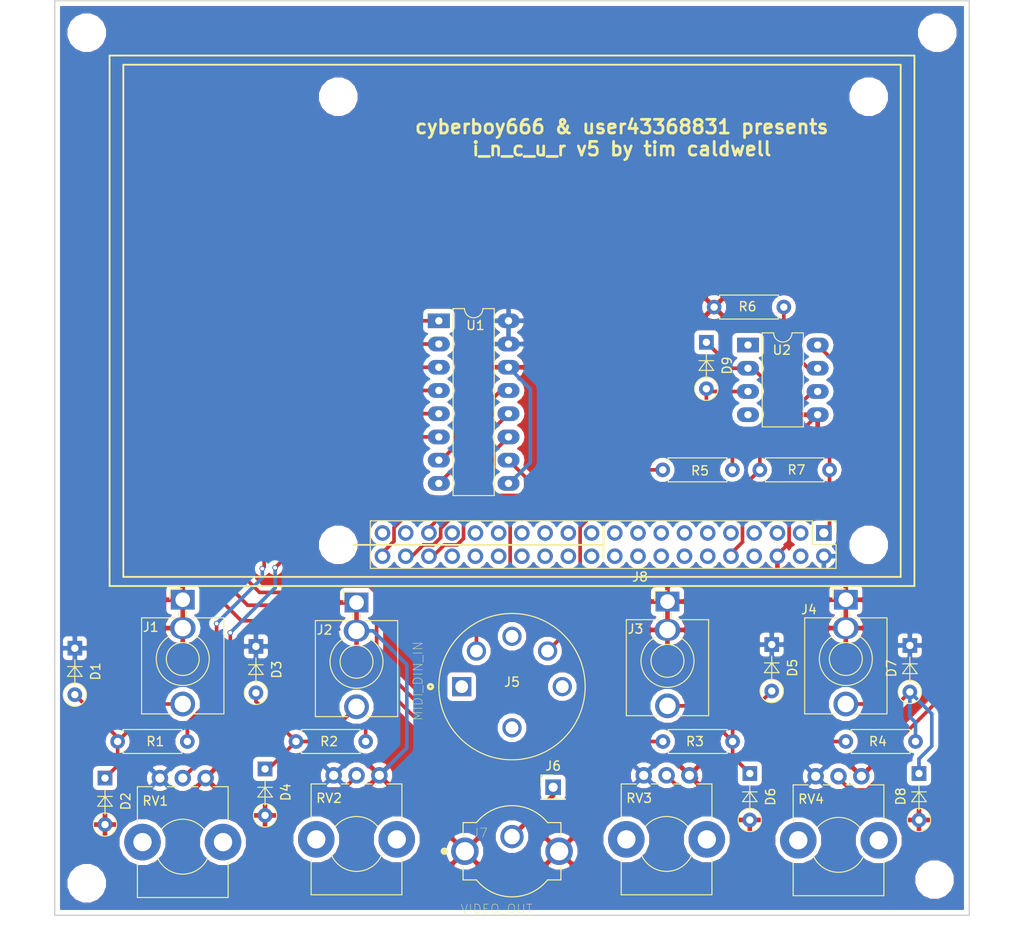
<source format=kicad_pcb>
(kicad_pcb (version 4) (host pcbnew 4.0.7)
  (title_block (title "i_n_c_u_r v5") (date 2019-06-01) (company "cyberboy666 & user43368831"))
  (layers (0 F.Cu signal) (31 B.Cu signal) (35 F.Paste user) (36 B.SilkS user) (37 F.SilkS user) (38 B.Mask user) (39 F.Mask user) (44 Edge.Cuts user))
  (net 0 "")
  (net 1 +5V)
  (net 2 "Net-(D1-Pad2)")
  (net 3 GND)
  (net 4 "Net-(D3-Pad2)")
  (net 5 "Net-(D5-Pad2)")
  (net 6 "Net-(D7-Pad2)")
  (net 7 "Net-(D9-Pad1)")
  (net 8 "Net-(D9-Pad2)")
  (net 9 "Net-(J5-Pad3)")
  (net 10 "Net-(J5-Pad1)")
  (net 11 "Net-(J5-Pad2)")
  (net 12 CLK)
  (net 13 D_OUT)
  (net 14 D_IN)
  (net 15 CS)
  (net 16 RX)
  (net 17 +3V3)
  (net 18 A_IN_0)
  (net 19 A_IN_1)
  (net 20 A_IN_2)
  (net 21 A_IN_3)
  (net 22 "Net-(R6-Pad2)")
  (net 23 A_IN_4)
  (net 24 A_IN_5)
  (net 25 A_IN_6)
  (net 26 A_IN_7)
  (net 27 "Net-(U2-Pad1)")
  (net 28 "Net-(U2-Pad4)")
  (net 29 "Net-(J6-Pad1)")
  (net 30 "Net-(J8-Pad3)")
  (net 31 "Net-(J8-Pad4)")
  (net 32 "Net-(J8-Pad5)")
  (net 33 "Net-(J8-Pad7)")
  (net 34 "Net-(J8-Pad8)")
  (net 35 "Net-(J8-Pad9)")
  (net 36 "Net-(J8-Pad11)")
  (net 37 "Net-(J8-Pad12)")
  (net 38 "Net-(J8-Pad13)")
  (net 39 "Net-(J8-Pad14)")
  (net 40 "Net-(J8-Pad15)")
  (net 41 "Net-(J8-Pad16)")
  (net 42 "Net-(J8-Pad17)")
  (net 43 "Net-(J8-Pad18)")
  (net 44 "Net-(J8-Pad19)")
  (net 45 "Net-(J8-Pad20)")
  (net 46 "Net-(J8-Pad21)")
  (net 47 "Net-(J8-Pad22)")
  (net 48 "Net-(J8-Pad23)")
  (net 49 "Net-(J8-Pad24)")
  (net 50 "Net-(J8-Pad25)")
  (net 51 "Net-(J8-Pad26)")
  (net 52 "Net-(J8-Pad27)")
  (net 53 "Net-(J8-Pad28)")
  (net 54 "Net-(J8-Pad29)")
  (net 55 "Net-(J8-Pad30)")
  (net 56 "Net-(J8-Pad31)")
  (net 57 "Net-(J8-Pad32)")
  (net 58 "Net-(J8-Pad33)")
  (net 59 "Net-(J8-Pad34)")
  (net 60 "Net-(J8-Pad37)")
  (net 61 "Net-(J8-Pad39)")
  (net 62 "Net-(J5-Pad4)")
  (module Pin_Headers:Pin_Header_Straight_2x20_Pitch2.54mm (layer F.Cu) (at 154.1 98.2 270)
    (fp_text reference J8 (at 4.8 20.1 360) (layer F.SilkS))
    (fp_text value Raspberry_Pi_2_3)
    (pad 1 thru_hole rect (at 0 0 270) (size 1.7 1.7) (drill 1) (layers *.Cu *.Mask) (net 17 +3V3))
    (pad 2 thru_hole oval (at 2.54 0 270) (size 1.7 1.7) (drill 1) (layers *.Cu *.Mask) (net 1 +5V))
    (pad 3 thru_hole oval (at 0 2.54 270) (size 1.7 1.7) (drill 1) (layers *.Cu *.Mask) (net 30 "Net-(J8-Pad3)"))
    (pad 4 thru_hole oval (at 2.54 2.54 270) (size 1.7 1.7) (drill 1) (layers *.Cu *.Mask) (net 31 "Net-(J8-Pad4)"))
    (pad 5 thru_hole oval (at 0 5.08 270) (size 1.7 1.7) (drill 1) (layers *.Cu *.Mask) (net 32 "Net-(J8-Pad5)"))
    (pad 6 thru_hole oval (at 2.54 5.08 270) (size 1.7 1.7) (drill 1) (layers *.Cu *.Mask) (net 3 GND))
    (pad 7 thru_hole oval (at 0 7.62 270) (size 1.7 1.7) (drill 1) (layers *.Cu *.Mask) (net 33 "Net-(J8-Pad7)"))
    (pad 8 thru_hole oval (at 2.54 7.62 270) (size 1.7 1.7) (drill 1) (layers *.Cu *.Mask) (net 34 "Net-(J8-Pad8)"))
    (pad 9 thru_hole oval (at 0 10.16 270) (size 1.7 1.7) (drill 1) (layers *.Cu *.Mask) (net 35 "Net-(J8-Pad9)"))
    (pad 10 thru_hole oval (at 2.54 10.16 270) (size 1.7 1.7) (drill 1) (layers *.Cu *.Mask) (net 16 RX))
    (pad 11 thru_hole oval (at 0 12.7 270) (size 1.7 1.7) (drill 1) (layers *.Cu *.Mask) (net 36 "Net-(J8-Pad11)"))
    (pad 12 thru_hole oval (at 2.54 12.7 270) (size 1.7 1.7) (drill 1) (layers *.Cu *.Mask) (net 37 "Net-(J8-Pad12)"))
    (pad 13 thru_hole oval (at 0 15.24 270) (size 1.7 1.7) (drill 1) (layers *.Cu *.Mask) (net 38 "Net-(J8-Pad13)"))
    (pad 14 thru_hole oval (at 2.54 15.24 270) (size 1.7 1.7) (drill 1) (layers *.Cu *.Mask) (net 39 "Net-(J8-Pad14)"))
    (pad 15 thru_hole oval (at 0 17.78 270) (size 1.7 1.7) (drill 1) (layers *.Cu *.Mask) (net 40 "Net-(J8-Pad15)"))
    (pad 16 thru_hole oval (at 2.54 17.78 270) (size 1.7 1.7) (drill 1) (layers *.Cu *.Mask) (net 41 "Net-(J8-Pad16)"))
    (pad 17 thru_hole oval (at 0 20.32 270) (size 1.7 1.7) (drill 1) (layers *.Cu *.Mask) (net 42 "Net-(J8-Pad17)"))
    (pad 18 thru_hole oval (at 2.54 20.32 270) (size 1.7 1.7) (drill 1) (layers *.Cu *.Mask) (net 43 "Net-(J8-Pad18)"))
    (pad 19 thru_hole oval (at 0 22.86 270) (size 1.7 1.7) (drill 1) (layers *.Cu *.Mask) (net 44 "Net-(J8-Pad19)"))
    (pad 20 thru_hole oval (at 2.54 22.86 270) (size 1.7 1.7) (drill 1) (layers *.Cu *.Mask) (net 45 "Net-(J8-Pad20)"))
    (pad 21 thru_hole oval (at 0 25.4 270) (size 1.7 1.7) (drill 1) (layers *.Cu *.Mask) (net 46 "Net-(J8-Pad21)"))
    (pad 22 thru_hole oval (at 2.54 25.4 270) (size 1.7 1.7) (drill 1) (layers *.Cu *.Mask) (net 47 "Net-(J8-Pad22)"))
    (pad 23 thru_hole oval (at 0 27.94 270) (size 1.7 1.7) (drill 1) (layers *.Cu *.Mask) (net 48 "Net-(J8-Pad23)"))
    (pad 24 thru_hole oval (at 2.54 27.94 270) (size 1.7 1.7) (drill 1) (layers *.Cu *.Mask) (net 49 "Net-(J8-Pad24)"))
    (pad 25 thru_hole oval (at 0 30.48 270) (size 1.7 1.7) (drill 1) (layers *.Cu *.Mask) (net 50 "Net-(J8-Pad25)"))
    (pad 26 thru_hole oval (at 2.54 30.48 270) (size 1.7 1.7) (drill 1) (layers *.Cu *.Mask) (net 51 "Net-(J8-Pad26)"))
    (pad 27 thru_hole oval (at 0 33.02 270) (size 1.7 1.7) (drill 1) (layers *.Cu *.Mask) (net 52 "Net-(J8-Pad27)"))
    (pad 28 thru_hole oval (at 2.54 33.02 270) (size 1.7 1.7) (drill 1) (layers *.Cu *.Mask) (net 53 "Net-(J8-Pad28)"))
    (pad 29 thru_hole oval (at 0 35.56 270) (size 1.7 1.7) (drill 1) (layers *.Cu *.Mask) (net 54 "Net-(J8-Pad29)"))
    (pad 30 thru_hole oval (at 2.54 35.56 270) (size 1.7 1.7) (drill 1) (layers *.Cu *.Mask) (net 55 "Net-(J8-Pad30)"))
    (pad 31 thru_hole oval (at 0 38.1 270) (size 1.7 1.7) (drill 1) (layers *.Cu *.Mask) (net 56 "Net-(J8-Pad31)"))
    (pad 32 thru_hole oval (at 2.54 38.1 270) (size 1.7 1.7) (drill 1) (layers *.Cu *.Mask) (net 57 "Net-(J8-Pad32)"))
    (pad 33 thru_hole oval (at 0 40.64 270) (size 1.7 1.7) (drill 1) (layers *.Cu *.Mask) (net 58 "Net-(J8-Pad33)"))
    (pad 34 thru_hole oval (at 2.54 40.64 270) (size 1.7 1.7) (drill 1) (layers *.Cu *.Mask) (net 59 "Net-(J8-Pad34)"))
    (pad 35 thru_hole oval (at 0 43.18 270) (size 1.7 1.7) (drill 1) (layers *.Cu *.Mask) (net 13 D_OUT))
    (pad 36 thru_hole oval (at 2.54 43.18 270) (size 1.7 1.7) (drill 1) (layers *.Cu *.Mask) (net 15 CS))
    (pad 37 thru_hole oval (at 0 45.72 270) (size 1.7 1.7) (drill 1) (layers *.Cu *.Mask) (net 60 "Net-(J8-Pad37)"))
    (pad 38 thru_hole oval (at 2.54 45.72 270) (size 1.7 1.7) (drill 1) (layers *.Cu *.Mask) (net 14 D_IN))
    (pad 39 thru_hole oval (at 0 48.26 270) (size 1.7 1.7) (drill 1) (layers *.Cu *.Mask) (net 61 "Net-(J8-Pad39)"))
    (pad 40 thru_hole oval (at 2.54 48.26 270) (size 1.7 1.7) (drill 1) (layers *.Cu *.Mask) (net 12 CLK))
  )
  (module Diodes_THT:D_DO-35_SOD27_P5.08mm_Vertical_KathodeUp (layer F.Cu) (at 72.2 110.8 270)
    (fp_text reference D1 (at 2.54 -2.266371 270) (layer F.SilkS))
    (fp_text value BAT85)
    (pad 1 thru_hole rect (at 0 0 270) (size 1.6 1.6) (drill 0.8) (layers *.Cu *.Mask) (net 1 +5V))
    (pad 2 thru_hole oval (at 5.08 0 270) (size 1.6 1.6) (drill 0.8) (layers *.Cu *.Mask) (net 2 "Net-(D1-Pad2)"))
  )
  (module Diodes_THT:D_DO-35_SOD27_P5.08mm_Vertical_KathodeUp (layer F.Cu) (at 75.5 125 270)
    (fp_text reference D2 (at 2.54 -2.266371 270) (layer F.SilkS))
    (fp_text value BAT85)
    (pad 1 thru_hole rect (at 0 0 270) (size 1.6 1.6) (drill 0.8) (layers *.Cu *.Mask) (net 2 "Net-(D1-Pad2)"))
    (pad 2 thru_hole oval (at 5.08 0 270) (size 1.6 1.6) (drill 0.8) (layers *.Cu *.Mask) (net 3 GND))
  )
  (module Diodes_THT:D_DO-35_SOD27_P5.08mm_Vertical_KathodeUp (layer F.Cu) (at 92 110.6 270)
    (fp_text reference D3 (at 2.54 -2.266371 270) (layer F.SilkS))
    (fp_text value BAT85)
    (pad 1 thru_hole rect (at 0 0 270) (size 1.6 1.6) (drill 0.8) (layers *.Cu *.Mask) (net 1 +5V))
    (pad 2 thru_hole oval (at 5.08 0 270) (size 1.6 1.6) (drill 0.8) (layers *.Cu *.Mask) (net 4 "Net-(D3-Pad2)"))
  )
  (module Diodes_THT:D_DO-35_SOD27_P5.08mm_Vertical_KathodeUp (layer F.Cu) (at 93 124 270)
    (fp_text reference D4 (at 2.54 -2.266371 270) (layer F.SilkS))
    (fp_text value BAT85)
    (pad 1 thru_hole rect (at 0 0 270) (size 1.6 1.6) (drill 0.8) (layers *.Cu *.Mask) (net 4 "Net-(D3-Pad2)"))
    (pad 2 thru_hole oval (at 5.08 0 270) (size 1.6 1.6) (drill 0.8) (layers *.Cu *.Mask) (net 3 GND))
  )
  (module Diodes_THT:D_DO-35_SOD27_P5.08mm_Vertical_KathodeUp (layer F.Cu) (at 148.4 110.4 270)
    (fp_text reference D5 (at 2.54 -2.266371 270) (layer F.SilkS))
    (fp_text value BAT85)
    (pad 1 thru_hole rect (at 0 0 270) (size 1.6 1.6) (drill 0.8) (layers *.Cu *.Mask) (net 1 +5V))
    (pad 2 thru_hole oval (at 5.08 0 270) (size 1.6 1.6) (drill 0.8) (layers *.Cu *.Mask) (net 5 "Net-(D5-Pad2)"))
  )
  (module Diodes_THT:D_DO-35_SOD27_P5.08mm_Vertical_KathodeUp (layer F.Cu) (at 146 124.5 270)
    (fp_text reference D6 (at 2.54 -2.266371 270) (layer F.SilkS))
    (fp_text value BAT85)
    (pad 1 thru_hole rect (at 0 0 270) (size 1.6 1.6) (drill 0.8) (layers *.Cu *.Mask) (net 5 "Net-(D5-Pad2)"))
    (pad 2 thru_hole oval (at 5.08 0 270) (size 1.6 1.6) (drill 0.8) (layers *.Cu *.Mask) (net 3 GND))
  )
  (module Diodes_THT:D_DO-35_SOD27_P5.08mm_Vertical_KathodeUp (layer F.Cu) (at 163.5 110.5 270)
    (fp_text reference D7 (at 2.5 2 270) (layer F.SilkS))
    (fp_text value BAT85)
    (pad 1 thru_hole rect (at 0 0 270) (size 1.6 1.6) (drill 0.8) (layers *.Cu *.Mask) (net 1 +5V))
    (pad 2 thru_hole oval (at 5.08 0 270) (size 1.6 1.6) (drill 0.8) (layers *.Cu *.Mask) (net 6 "Net-(D7-Pad2)"))
  )
  (module Diodes_THT:D_DO-35_SOD27_P5.08mm_Vertical_KathodeUp (layer F.Cu) (at 164.5 124.5 270)
    (fp_text reference D8 (at 2.5 2 270) (layer F.SilkS))
    (fp_text value BAT85)
    (pad 1 thru_hole rect (at 0 0 270) (size 1.6 1.6) (drill 0.8) (layers *.Cu *.Mask) (net 6 "Net-(D7-Pad2)"))
    (pad 2 thru_hole oval (at 5.08 0 270) (size 1.6 1.6) (drill 0.8) (layers *.Cu *.Mask) (net 3 GND))
  )
  (module Diodes_THT:D_DO-35_SOD27_P5.08mm_Vertical_KathodeUp (layer F.Cu) (at 141.25 77.35 270)
    (fp_text reference D9 (at 2.54 -2.266371 270) (layer F.SilkS))
    (fp_text value 1N4148)
    (pad 1 thru_hole rect (at 0 0 270) (size 1.6 1.6) (drill 0.8) (layers *.Cu *.Mask) (net 7 "Net-(D9-Pad1)"))
    (pad 2 thru_hole oval (at 5.08 0 270) (size 1.6 1.6) (drill 0.8) (layers *.Cu *.Mask) (net 8 "Net-(D9-Pad2)"))
  )
  (module Connections_Thonkiconn:Jack_3.5mm_QingPu_WQP-PJ398SM_Vertical_CircularHoles (layer F.Cu) (at 84 105.5)
    (fp_text reference J1 (at -3.5 3 180) (layer F.SilkS))
    (fp_text value CV_IN_0)
    (pad 3 thru_hole oval (at 0 3.1 180) (size 2.8 2.35) (drill 1.8) (layers *.Cu *.Mask) (net 3 GND))
    (pad 2 thru_hole rect (at 0 0 180) (size 2.6 2.15) (drill 1.6) (layers *.Cu *.Mask) (net 3 GND))
    (pad 1 thru_hole circle (at 0 11.4 180) (size 2.7 2.7) (drill 1.8) (layers *.Cu *.Mask) (net 2 "Net-(D1-Pad2)"))
  )
  (module Connections_Thonkiconn:Jack_3.5mm_QingPu_WQP-PJ398SM_Vertical_CircularHoles (layer F.Cu) (at 103 105.8)
    (fp_text reference J2 (at -3.5 3 180) (layer F.SilkS))
    (fp_text value CV_IN_1)
    (pad 3 thru_hole oval (at 0 3.1 180) (size 2.8 2.35) (drill 1.8) (layers *.Cu *.Mask) (net 3 GND))
    (pad 2 thru_hole rect (at 0 0 180) (size 2.6 2.15) (drill 1.6) (layers *.Cu *.Mask) (net 3 GND))
    (pad 1 thru_hole circle (at 0 11.4 180) (size 2.7 2.7) (drill 1.8) (layers *.Cu *.Mask) (net 4 "Net-(D3-Pad2)"))
  )
  (module Connections_Thonkiconn:Jack_3.5mm_QingPu_WQP-PJ398SM_Vertical_CircularHoles (layer F.Cu) (at 137 105.7)
    (fp_text reference J3 (at -3.5 3 180) (layer F.SilkS))
    (fp_text value CV_IN_2)
    (pad 3 thru_hole oval (at 0 3.1 180) (size 2.8 2.35) (drill 1.8) (layers *.Cu *.Mask) (net 3 GND))
    (pad 2 thru_hole rect (at 0 0 180) (size 2.6 2.15) (drill 1.6) (layers *.Cu *.Mask) (net 3 GND))
    (pad 1 thru_hole circle (at 0 11.4 180) (size 2.7 2.7) (drill 1.8) (layers *.Cu *.Mask) (net 5 "Net-(D5-Pad2)"))
  )
  (module SD-50BV:CUI_SD-50BV (layer F.Cu) (at 120 115 270)
    (fp_text reference J5 (at -0.5 0 360) (layer F.SilkS) (effects (font (size 1.00746 1.00746))))
    (fp_text value MIDI_DIN_IN (at -0.60531 10.288 270) (layer F.SilkS) (effects (font (size 1.00702 1.00702) (thickness 0.05))))
    (pad 3 thru_hole circle (at 0 -5.5 270) (size 2.1 2.1) (drill 1.4) (layers *.Cu *.Mask) (net 9 "Net-(J5-Pad3)"))
    (pad 1 thru_hole rect (at 0 5.5 270) (size 2.1 2.1) (drill 1.4) (layers *.Cu *.Mask) (net 10 "Net-(J5-Pad1)"))
    (pad 2 thru_hole circle (at -5.5 0 270) (size 2.1 2.1) (drill 1.4) (layers *.Cu *.Mask) (net 11 "Net-(J5-Pad2)"))
    (pad S thru_hole circle (at 4.5 0 270) (size 2.1 2.1) (drill 1.4) (layers *.Cu *.Mask))
    (pad 4 thru_hole circle (at -3.89 3.89 270) (size 2.1 2.1) (drill 1.4) (layers *.Cu *.Mask) (net 62 "Net-(J5-Pad4)"))
    (pad 5 thru_hole circle (at -3.89 -3.89 270) (size 2.1 2.1) (drill 1.4) (layers *.Cu *.Mask) (net 8 "Net-(D9-Pad2)"))
  )
  (module Pin_Headers:Pin_Header_Straight_1x01_Pitch2.54mm (layer F.Cu) (at 124.5 126)
    (fp_text reference J6 (at 0 -2.33) (layer F.SilkS))
    (fp_text value Conn_01x01)
    (pad 1 thru_hole rect (at 0 0) (size 1.7 1.7) (drill 1) (layers *.Cu *.Mask) (net 29 "Net-(J6-Pad1)"))
  )
  (module RCJ-024:CUI_RCJ-024 (layer F.Cu) (at 120 133)
    (fp_text reference J7 (at -3.5 -2) (layer F.SilkS) (effects (font (size 1.00143 1.00143) (thickness 0.05))))
    (fp_text value VIDEO_OUT (at -1.67672 6.32154) (layer F.SilkS) (effects (font (size 1.00104 1.00104) (thickness 0.05))))
    (pad 1A thru_hole circle (at -5.15 0) (size 3 3) (drill 2) (layers *.Cu *.Mask) (net 3 GND))
    (pad 1B thru_hole circle (at 5.15 0) (size 3 3) (drill 2) (layers *.Cu *.Mask) (net 3 GND))
    (pad 2 thru_hole circle (at 0 -1.6) (size 2.55 2.55) (drill 1.7) (layers *.Cu *.Mask) (net 29 "Net-(J6-Pad1)"))
  )
  (module Resistors_THT:R_Axial_DIN0207_L6.3mm_D2.5mm_P7.62mm_Horizontal (layer F.Cu) (at 84.5 121 180)
    (fp_text reference R1 (at 3.5 0 180) (layer F.SilkS))
    (fp_text value 1K)
    (pad 1 thru_hole circle (at 0 0 180) (size 1.6 1.6) (drill 0.8) (layers *.Cu *.Mask) (net 18 A_IN_0))
    (pad 2 thru_hole oval (at 7.62 0 180) (size 1.6 1.6) (drill 0.8) (layers *.Cu *.Mask) (net 2 "Net-(D1-Pad2)"))
  )
  (module Resistors_THT:R_Axial_DIN0207_L6.3mm_D2.5mm_P7.62mm_Horizontal (layer F.Cu) (at 104 121 180)
    (fp_text reference R2 (at 4 0 180) (layer F.SilkS))
    (fp_text value 1K)
    (pad 1 thru_hole circle (at 0 0 180) (size 1.6 1.6) (drill 0.8) (layers *.Cu *.Mask) (net 19 A_IN_1))
    (pad 2 thru_hole oval (at 7.62 0 180) (size 1.6 1.6) (drill 0.8) (layers *.Cu *.Mask) (net 4 "Net-(D3-Pad2)"))
  )
  (module Resistors_THT:R_Axial_DIN0207_L6.3mm_D2.5mm_P7.62mm_Horizontal (layer F.Cu) (at 136.5 121)
    (fp_text reference R3 (at 3.5 0) (layer F.SilkS))
    (fp_text value 1K)
    (pad 1 thru_hole circle (at 0 0) (size 1.6 1.6) (drill 0.8) (layers *.Cu *.Mask) (net 20 A_IN_2))
    (pad 2 thru_hole oval (at 7.62 0) (size 1.6 1.6) (drill 0.8) (layers *.Cu *.Mask) (net 5 "Net-(D5-Pad2)"))
  )
  (module Resistors_THT:R_Axial_DIN0207_L6.3mm_D2.5mm_P7.62mm_Horizontal (layer F.Cu) (at 156.5 121)
    (fp_text reference R4 (at 3.5 0) (layer F.SilkS))
    (fp_text value 1K)
    (pad 1 thru_hole circle (at 0 0) (size 1.6 1.6) (drill 0.8) (layers *.Cu *.Mask) (net 21 A_IN_3))
    (pad 2 thru_hole oval (at 7.62 0) (size 1.6 1.6) (drill 0.8) (layers *.Cu *.Mask) (net 6 "Net-(D7-Pad2)"))
  )
  (module Resistors_THT:R_Axial_DIN0207_L6.3mm_D2.5mm_P7.62mm_Horizontal (layer F.Cu) (at 144.1 91.3 180)
    (fp_text reference R5 (at 3.55 -0.1 180) (layer F.SilkS))
    (fp_text value 220)
    (pad 1 thru_hole circle (at 0 0 180) (size 1.6 1.6) (drill 0.8) (layers *.Cu *.Mask) (net 7 "Net-(D9-Pad1)"))
    (pad 2 thru_hole oval (at 7.62 0 180) (size 1.6 1.6) (drill 0.8) (layers *.Cu *.Mask) (net 62 "Net-(J5-Pad4)"))
  )
  (module Resistors_THT:R_Axial_DIN0207_L6.3mm_D2.5mm_P7.62mm_Horizontal (layer F.Cu) (at 142.1 73.5)
    (fp_text reference R6 (at 3.65 -0.05) (layer F.SilkS))
    (fp_text value 100K)
    (pad 1 thru_hole circle (at 0 0) (size 1.6 1.6) (drill 0.8) (layers *.Cu *.Mask) (net 3 GND))
    (pad 2 thru_hole oval (at 7.62 0) (size 1.6 1.6) (drill 0.8) (layers *.Cu *.Mask) (net 22 "Net-(R6-Pad2)"))
  )
  (module Resistors_THT:R_Axial_DIN0207_L6.3mm_D2.5mm_P7.62mm_Horizontal (layer F.Cu) (at 147.1 91.3)
    (fp_text reference R7 (at 4 0) (layer F.SilkS))
    (fp_text value 470)
    (pad 1 thru_hole circle (at 0 0) (size 1.6 1.6) (drill 0.8) (layers *.Cu *.Mask) (net 16 RX))
    (pad 2 thru_hole oval (at 7.62 0) (size 1.6 1.6) (drill 0.8) (layers *.Cu *.Mask) (net 17 +3V3))
  )
  (module Potentiometers:Potentiometer_Alps_RK09K_Horizontal (layer F.Cu) (at 81.5 125 270)
    (fp_text reference RV1 (at 2.5 0.5 360) (layer F.SilkS))
    (fp_text value POT_IN_0)
    (pad 3 thru_hole circle (at 0 -5 270) (size 1.8 1.8) (drill 1) (layers *.Cu *.Mask) (net 3 GND))
    (pad 2 thru_hole circle (at 0 -2.5 270) (size 1.8 1.8) (drill 1) (layers *.Cu *.Mask) (net 23 A_IN_4))
    (pad 1 thru_hole circle (at 0 0 270) (size 1.8 1.8) (drill 1) (layers *.Cu *.Mask) (net 1 +5V))
    (pad 0 np_thru_hole circle (at 7 -6.9 270) (size 4 4) (drill 2) (layers *.Cu *.Mask))
    (pad 0 np_thru_hole circle (at 7 1.9 270) (size 4 4) (drill 2) (layers *.Cu *.Mask))
  )
  (module Potentiometers:Potentiometer_Alps_RK09K_Horizontal (layer F.Cu) (at 100.5 124.7 270)
    (fp_text reference RV2 (at 2.5 0.5 360) (layer F.SilkS))
    (fp_text value POT_IN_1)
    (pad 3 thru_hole circle (at 0 -5 270) (size 1.8 1.8) (drill 1) (layers *.Cu *.Mask) (net 3 GND))
    (pad 2 thru_hole circle (at 0 -2.5 270) (size 1.8 1.8) (drill 1) (layers *.Cu *.Mask) (net 24 A_IN_5))
    (pad 1 thru_hole circle (at 0 0 270) (size 1.8 1.8) (drill 1) (layers *.Cu *.Mask) (net 1 +5V))
    (pad 0 np_thru_hole circle (at 7 -6.9 270) (size 4 4) (drill 2) (layers *.Cu *.Mask))
    (pad 0 np_thru_hole circle (at 7 1.9 270) (size 4 4) (drill 2) (layers *.Cu *.Mask))
  )
  (module Potentiometers:Potentiometer_Alps_RK09K_Horizontal (layer F.Cu) (at 134.4 124.7 270)
    (fp_text reference RV3 (at 2.5 0.5 360) (layer F.SilkS))
    (fp_text value POT_IN_2)
    (pad 3 thru_hole circle (at 0 -5 270) (size 1.8 1.8) (drill 1) (layers *.Cu *.Mask) (net 3 GND))
    (pad 2 thru_hole circle (at 0 -2.5 270) (size 1.8 1.8) (drill 1) (layers *.Cu *.Mask) (net 25 A_IN_6))
    (pad 1 thru_hole circle (at 0 0 270) (size 1.8 1.8) (drill 1) (layers *.Cu *.Mask) (net 1 +5V))
    (pad 0 np_thru_hole circle (at 7 -6.9 270) (size 4 4) (drill 2) (layers *.Cu *.Mask))
    (pad 0 np_thru_hole circle (at 7 1.9 270) (size 4 4) (drill 2) (layers *.Cu *.Mask))
  )
  (module Potentiometers:Potentiometer_Alps_RK09K_Horizontal (layer F.Cu) (at 153.2 124.8 270)
    (fp_text reference RV4 (at 2.5 0.5 360) (layer F.SilkS))
    (fp_text value POT_IN_3)
    (pad 3 thru_hole circle (at 0 -5 270) (size 1.8 1.8) (drill 1) (layers *.Cu *.Mask) (net 3 GND))
    (pad 2 thru_hole circle (at 0 -2.5 270) (size 1.8 1.8) (drill 1) (layers *.Cu *.Mask) (net 26 A_IN_7))
    (pad 1 thru_hole circle (at 0 0 270) (size 1.8 1.8) (drill 1) (layers *.Cu *.Mask) (net 1 +5V))
    (pad 0 np_thru_hole circle (at 7 -6.9 270) (size 4 4) (drill 2) (layers *.Cu *.Mask))
    (pad 0 np_thru_hole circle (at 7 1.9 270) (size 4 4) (drill 2) (layers *.Cu *.Mask))
  )
  (module Housings_DIP:DIP-16_W7.62mm_LongPads (layer F.Cu) (at 112 75)
    (fp_text reference U1 (at 4 0.5) (layer F.SilkS))
    (fp_text value MCP3208)
    (pad 1 thru_hole rect (at 0 0) (size 2.4 1.6) (drill 0.8) (layers *.Cu *.Mask) (net 18 A_IN_0))
    (pad 9 thru_hole oval (at 7.62 17.78) (size 2.4 1.6) (drill 0.8) (layers *.Cu *.Mask) (net 3 GND))
    (pad 2 thru_hole oval (at 0 2.54) (size 2.4 1.6) (drill 0.8) (layers *.Cu *.Mask) (net 19 A_IN_1))
    (pad 10 thru_hole oval (at 7.62 15.24) (size 2.4 1.6) (drill 0.8) (layers *.Cu *.Mask) (net 15 CS))
    (pad 3 thru_hole oval (at 0 5.08) (size 2.4 1.6) (drill 0.8) (layers *.Cu *.Mask) (net 20 A_IN_2))
    (pad 11 thru_hole oval (at 7.62 12.7) (size 2.4 1.6) (drill 0.8) (layers *.Cu *.Mask) (net 14 D_IN))
    (pad 4 thru_hole oval (at 0 7.62) (size 2.4 1.6) (drill 0.8) (layers *.Cu *.Mask) (net 21 A_IN_3))
    (pad 12 thru_hole oval (at 7.62 10.16) (size 2.4 1.6) (drill 0.8) (layers *.Cu *.Mask) (net 13 D_OUT))
    (pad 5 thru_hole oval (at 0 10.16) (size 2.4 1.6) (drill 0.8) (layers *.Cu *.Mask) (net 23 A_IN_4))
    (pad 13 thru_hole oval (at 7.62 7.62) (size 2.4 1.6) (drill 0.8) (layers *.Cu *.Mask) (net 12 CLK))
    (pad 6 thru_hole oval (at 0 12.7) (size 2.4 1.6) (drill 0.8) (layers *.Cu *.Mask) (net 24 A_IN_5))
    (pad 14 thru_hole oval (at 7.62 5.08) (size 2.4 1.6) (drill 0.8) (layers *.Cu *.Mask) (net 3 GND))
    (pad 7 thru_hole oval (at 0 15.24) (size 2.4 1.6) (drill 0.8) (layers *.Cu *.Mask) (net 25 A_IN_6))
    (pad 15 thru_hole oval (at 7.62 2.54) (size 2.4 1.6) (drill 0.8) (layers *.Cu *.Mask) (net 1 +5V))
    (pad 8 thru_hole oval (at 0 17.78) (size 2.4 1.6) (drill 0.8) (layers *.Cu *.Mask) (net 26 A_IN_7))
    (pad 16 thru_hole oval (at 7.62 0) (size 2.4 1.6) (drill 0.8) (layers *.Cu *.Mask) (net 1 +5V))
  )
  (module Housings_DIP:DIP-8_W7.62mm_LongPads (layer F.Cu) (at 145.8 77.65)
    (fp_text reference U2 (at 3.7 0.55) (layer F.SilkS))
    (fp_text value 6N138)
    (pad 1 thru_hole rect (at 0 0) (size 2.4 1.6) (drill 0.8) (layers *.Cu *.Mask) (net 27 "Net-(U2-Pad1)"))
    (pad 5 thru_hole oval (at 7.62 7.62) (size 2.4 1.6) (drill 0.8) (layers *.Cu *.Mask) (net 3 GND))
    (pad 2 thru_hole oval (at 0 2.54) (size 2.4 1.6) (drill 0.8) (layers *.Cu *.Mask) (net 7 "Net-(D9-Pad1)"))
    (pad 6 thru_hole oval (at 7.62 5.08) (size 2.4 1.6) (drill 0.8) (layers *.Cu *.Mask) (net 16 RX))
    (pad 3 thru_hole oval (at 0 5.08) (size 2.4 1.6) (drill 0.8) (layers *.Cu *.Mask) (net 8 "Net-(D9-Pad2)"))
    (pad 7 thru_hole oval (at 7.62 2.54) (size 2.4 1.6) (drill 0.8) (layers *.Cu *.Mask) (net 22 "Net-(R6-Pad2)"))
    (pad 4 thru_hole oval (at 0 7.62) (size 2.4 1.6) (drill 0.8) (layers *.Cu *.Mask) (net 28 "Net-(U2-Pad4)"))
    (pad 8 thru_hole oval (at 7.62 0) (size 2.4 1.6) (drill 0.8) (layers *.Cu *.Mask) (net 17 +3V3))
  )
  (module Mounting_Holes:MountingHole_3.2mm_M3 (layer F.Cu) (at 73.5 43.5)
    (fp_text reference REF** hide)
    (fp_text value MountingHole_3.2mm_M3)
    (pad 1 np_thru_hole circle (at 0 0) (size 3.2 3.2) (drill 3.2) (layers *.Cu *.Mask))
  )
  (module Mounting_Holes:MountingHole_3.2mm_M3 (layer F.Cu) (at 166.5 43.5)
    (fp_text reference REF** hide)
    (fp_text value MountingHole_3.2mm_M3)
    (pad 1 np_thru_hole circle (at 0 0) (size 3.2 3.2) (drill 3.2) (layers *.Cu *.Mask))
  )
  (module Mounting_Holes:MountingHole_3.2mm_M3 (layer F.Cu) (at 73.5 136.5)
    (fp_text reference REF** hide)
    (fp_text value MountingHole_3.2mm_M3)
    (pad 1 np_thru_hole circle (at 0 0) (size 3.2 3.2) (drill 3.2) (layers *.Cu *.Mask))
  )
  (module Mounting_Holes:MountingHole_3.2mm_M3 (layer F.Cu) (at 166.2 136.1)
    (fp_text reference REF** hide)
    (fp_text value MountingHole_3.2mm_M3)
    (pad 1 np_thru_hole circle (at 0 0) (size 3.2 3.2) (drill 3.2) (layers *.Cu *.Mask))
  )
  (module Mounting_Holes:MountingHole_3.2mm_M3 (layer F.Cu) (at 101 50.5)
    (fp_text reference REF** hide)
    (fp_text value MountingHole_3.2mm)
    (pad 1 np_thru_hole circle (at 0 0) (size 3.2 3.2) (drill 3.2) (layers *.Cu *.Mask))
  )
  (module Mounting_Holes:MountingHole_3.2mm_M3 (layer F.Cu) (at 159 50.5)
    (fp_text reference REF** hide)
    (fp_text value MountingHole_3.2mm)
    (pad 1 np_thru_hole circle (at 0 0) (size 3.2 3.2) (drill 3.2) (layers *.Cu *.Mask))
  )
  (module Mounting_Holes:MountingHole_3.2mm_M3 (layer F.Cu) (at 159 99.5)
    (fp_text reference REF** hide)
    (fp_text value MountingHole_3.2mm)
    (pad 1 np_thru_hole circle (at 0 0) (size 3.2 3.2) (drill 3.2) (layers *.Cu *.Mask))
  )
  (module Mounting_Holes:MountingHole_3.2mm_M3 (layer F.Cu) (at 101 99.5)
    (fp_text reference REF** hide)
    (fp_text value MountingHole_3.2mm)
    (pad 1 np_thru_hole circle (at 0 0) (size 3.2 3.2) (drill 3.2) (layers *.Cu *.Mask))
  )
  (module Connections_Thonkiconn:Jack_3.5mm_QingPu_WQP-PJ398SM_Vertical_CircularHoles (layer F.Cu) (at 156.5 105.5)
    (fp_text reference J4 (at -4.03 1.08 180) (layer F.SilkS))
    (fp_text value CV_IN_3)
    (pad 3 thru_hole oval (at 0 3.1 180) (size 2.8 2.35) (drill 1.8) (layers *.Cu *.Mask) (net 3 GND))
    (pad 2 thru_hole rect (at 0 0 180) (size 2.6 2.15) (drill 1.6) (layers *.Cu *.Mask) (net 3 GND))
    (pad 1 thru_hole circle (at 0 11.4 180) (size 2.7 2.7) (drill 1.8) (layers *.Cu *.Mask) (net 6 "Net-(D7-Pad2)"))
  )
  (gr_text "cyberboy666 & user43368831 presents\ni_n_c_u_r v5 by tim caldwell" (at 132 55) (layer F.SilkS) (effects (font (size 1.5 1.5) (thickness 0.3))))
  (gr_line (start 130 97.5) (end 130 101) (angle 90) (layer F.SilkS) (width 0.2))
  (gr_line (start 130 99.5) (end 130 97.5) (angle 90) (layer F.SilkS) (width 0.2))
  (gr_line (start 130 99.5) (end 101 99.5) (angle 90) (layer F.SilkS) (width 0.2))
  (gr_line (start 162.5 47) (end 77.5 47) (angle 90) (layer F.SilkS) (width 0.2))
  (gr_line (start 162.5 103) (end 162.5 47) (angle 90) (layer F.SilkS) (width 0.2))
  (gr_line (start 77.5 103) (end 162.5 103) (angle 90) (layer F.SilkS) (width 0.2))
  (gr_line (start 77.5 47) (end 77.5 103) (angle 90) (layer F.SilkS) (width 0.2))
  (gr_line (start 164 104) (end 164 102) (angle 90) (layer F.SilkS) (width 0.2))
  (gr_line (start 76 104) (end 164 104) (angle 90) (layer F.SilkS) (width 0.2))
  (gr_line (start 76 102) (end 76 104) (angle 90) (layer F.SilkS) (width 0.2))
  (gr_line (start 76 102) (end 76 46) (angle 90) (layer F.SilkS) (width 0.2))
  (gr_line (start 164 46) (end 164 102) (angle 90) (layer F.SilkS) (width 0.2))
  (gr_line (start 76 46) (end 164 46) (angle 90) (layer F.SilkS) (width 0.2))
  (gr_line (start 70 140) (end 70 40) (angle 90) (layer Edge.Cuts) (width 0.15))
  (gr_line (start 170 140) (end 70 140) (angle 90) (layer Edge.Cuts) (width 0.15))
  (gr_line (start 170 40) (end 170 140) (angle 90) (layer Edge.Cuts) (width 0.15))
  (gr_line (start 70 40) (end 170 40) (angle 90) (layer Edge.Cuts) (width 0.15))
  (segment (start 100.5 125) (end 100.38 125) (width 0.5) (layer F.Cu) (net 1))
  (segment (start 76.88 121) (end 76.88 123.62) (width 0.4) (layer F.Cu) (net 2))
  (segment (start 76.88 123.62) (end 75.5 125) (width 0.4) (layer F.Cu) (net 2))
  (segment (start 76.88 121) (end 76.88 120.56) (width 0.4) (layer F.Cu) (net 2))
  (segment (start 76.88 120.56) (end 72.2 115.88) (width 0.4) (layer F.Cu) (net 2))
  (segment (start 84 116.9) (end 80.98 116.9) (width 0.4) (layer F.Cu) (net 2))
  (segment (start 80.98 116.9) (end 76.88 121) (width 0.4) (layer F.Cu) (net 2))
  (segment (start 119.62 92.78) (end 119.72 92.78) (width 0.4) (layer B.Cu) (net 3))
  (segment (start 119.72 92.78) (end 122 90.5) (width 0.4) (layer B.Cu) (net 3))
  (segment (start 122 90.5) (end 122 82.46) (width 0.4) (layer B.Cu) (net 3))
  (segment (start 122 82.46) (end 119.62 80.08) (width 0.4) (layer B.Cu) (net 3))
  (segment (start 149.02 100.74) (end 149.02 100.58) (width 0.4) (layer F.Cu) (net 3))
  (segment (start 149.02 100.58) (end 150.3 99.3) (width 0.4) (layer F.Cu) (net 3))
  (segment (start 150.3 99.3) (end 150.3 88.39) (width 0.4) (layer F.Cu) (net 3))
  (segment (start 150.3 88.39) (end 153.42 85.27) (width 0.4) (layer F.Cu) (net 3))
  (segment (start 103 108.9) (end 104.8 108.9) (width 0.4) (layer B.Cu) (net 3))
  (segment (start 108.5 121.7) (end 105.5 124.7) (width 0.4) (layer B.Cu) (net 3))
  (segment (start 108.5 112.6) (end 108.5 121.7) (width 0.4) (layer B.Cu) (net 3))
  (segment (start 104.8 108.9) (end 108.5 112.6) (width 0.4) (layer B.Cu) (net 3))
  (segment (start 149.08 100.8) (end 149.08 100.28) (width 0.4) (layer F.Cu) (net 3))
  (segment (start 149.08 100.8) (end 148.7 100.8) (width 0.4) (layer F.Cu) (net 3))
  (segment (start 149.08 100.8) (end 149.08 101.08) (width 0.5) (layer F.Cu) (net 3))
  (segment (start 149.08 100.8) (end 149.3 100.8) (width 0.5) (layer F.Cu) (net 3))
  (segment (start 139.5 125) (end 140.12 125) (width 0.5) (layer F.Cu) (net 3))
  (segment (start 96.38 121) (end 99.2 121) (width 0.4) (layer F.Cu) (net 4))
  (segment (start 99.2 121) (end 103 117.2) (width 0.4) (layer F.Cu) (net 4))
  (segment (start 93 124) (end 93.38 124) (width 0.4) (layer F.Cu) (net 4))
  (segment (start 93.38 124) (end 96.38 121) (width 0.4) (layer F.Cu) (net 4))
  (segment (start 92 115.68) (end 92 116.62) (width 0.4) (layer F.Cu) (net 4))
  (segment (start 92 116.62) (end 96.38 121) (width 0.4) (layer F.Cu) (net 4))
  (segment (start 144.12 121) (end 144.12 119.76) (width 0.4) (layer F.Cu) (net 5))
  (segment (start 144.12 119.76) (end 148.4 115.48) (width 0.4) (layer F.Cu) (net 5))
  (segment (start 144.12 121) (end 144.12 122.62) (width 0.4) (layer F.Cu) (net 5))
  (segment (start 144.12 122.62) (end 146 124.5) (width 0.4) (layer F.Cu) (net 5))
  (segment (start 137 117.1) (end 140.22 117.1) (width 0.4) (layer F.Cu) (net 5))
  (segment (start 140.22 117.1) (end 144.12 121) (width 0.4) (layer F.Cu) (net 5))
  (segment (start 164.12 121) (end 164.12 118.92) (width 0.4) (layer B.Cu) (net 6))
  (segment (start 163.5 118.3) (end 163.5 115.58) (width 0.4) (layer B.Cu) (net 6))
  (segment (start 164.12 118.92) (end 163.5 118.3) (width 0.4) (layer B.Cu) (net 6))
  (segment (start 164.5 124.5) (end 164.5 122.9) (width 0.4) (layer B.Cu) (net 6))
  (segment (start 165.9 117.98) (end 163.5 115.58) (width 0.4) (layer B.Cu) (net 6))
  (segment (start 165.9 121.5) (end 165.9 117.98) (width 0.4) (layer B.Cu) (net 6))
  (segment (start 164.5 122.9) (end 165.9 121.5) (width 0.4) (layer B.Cu) (net 6))
  (segment (start 156.5 116.9) (end 162.18 116.9) (width 0.4) (layer F.Cu) (net 6))
  (segment (start 162.18 116.9) (end 163.5 115.58) (width 0.4) (layer F.Cu) (net 6))
  (segment (start 145.8 80.19) (end 146.34 80.19) (width 0.4) (layer F.Cu) (net 7))
  (segment (start 146.34 80.19) (end 148.2 82.05) (width 0.4) (layer F.Cu) (net 7))
  (segment (start 144.1 90) (end 144.1 91.3) (width 0.4) (layer F.Cu) (net 7))
  (segment (start 148.2 85.9) (end 144.1 90) (width 0.4) (layer F.Cu) (net 7))
  (segment (start 148.2 82.05) (end 148.2 85.9) (width 0.4) (layer F.Cu) (net 7))
  (segment (start 145.8 80.19) (end 144.09 80.19) (width 0.4) (layer F.Cu) (net 7))
  (segment (start 144.09 80.19) (end 141.25 77.35) (width 0.4) (layer F.Cu) (net 7))
  (segment (start 141.25 82.43) (end 141.25 91.1) (width 0.4) (layer F.Cu) (net 8))
  (segment (start 127.45 107.55) (end 123.89 111.11) (width 0.4) (layer F.Cu) (net 8))
  (segment (start 127.45 97.55) (end 127.45 107.55) (width 0.4) (layer F.Cu) (net 8))
  (segment (start 129.55 95.45) (end 127.45 97.55) (width 0.4) (layer F.Cu) (net 8))
  (segment (start 136.9 95.45) (end 129.55 95.45) (width 0.4) (layer F.Cu) (net 8))
  (segment (start 141.25 91.1) (end 136.9 95.45) (width 0.4) (layer F.Cu) (net 8))
  (segment (start 145.8 82.73) (end 141.55 82.73) (width 0.4) (layer F.Cu) (net 8))
  (segment (start 141.55 82.73) (end 141.25 82.43) (width 0.4) (layer F.Cu) (net 8))
  (segment (start 141.55 82.73) (end 141.25 82.43) (width 0.4) (layer F.Cu) (net 8))
  (segment (start 120 109.5) (end 120 110.25) (width 0.4) (layer B.Cu) (net 11))
  (segment (start 105.84 100.74) (end 105.84 100.36) (width 0.4) (layer F.Cu) (net 12))
  (segment (start 105.84 100.36) (end 107.1 99.1) (width 0.4) (layer F.Cu) (net 12))
  (segment (start 107.1 99.1) (end 107.1 97.6) (width 0.4) (layer F.Cu) (net 12))
  (segment (start 107.1 97.6) (end 108.2 96.5) (width 0.4) (layer F.Cu) (net 12))
  (segment (start 108.2 96.5) (end 110.8 96.5) (width 0.4) (layer F.Cu) (net 12))
  (segment (start 110.8 96.5) (end 115 92.3) (width 0.4) (layer F.Cu) (net 12))
  (segment (start 115 92.3) (end 116 91.3) (width 0.4) (layer F.Cu) (net 12))
  (segment (start 116 91.3) (end 116 87.2) (width 0.4) (layer F.Cu) (net 12))
  (segment (start 116 87.2) (end 117.8 85.4) (width 0.4) (layer F.Cu) (net 12))
  (segment (start 117.8 85.4) (end 117.8 83.6) (width 0.4) (layer F.Cu) (net 12))
  (segment (start 117.8 83.6) (end 118.78 82.62) (width 0.4) (layer F.Cu) (net 12))
  (segment (start 118.78 82.62) (end 119.62 82.62) (width 0.4) (layer F.Cu) (net 12))
  (segment (start 105.9 100.8) (end 105.9 100.25) (width 0.4) (layer B.Cu) (net 12))
  (segment (start 110.92 98.2) (end 110.92 97.68) (width 0.4) (layer F.Cu) (net 13))
  (segment (start 110.92 97.68) (end 117.1 91.5) (width 0.4) (layer F.Cu) (net 13))
  (segment (start 117.1 91.5) (end 117.1 87.68) (width 0.4) (layer F.Cu) (net 13))
  (segment (start 117.1 87.68) (end 119.62 85.16) (width 0.4) (layer F.Cu) (net 13))
  (segment (start 108.38 100.74) (end 109.06 100.74) (width 0.4) (layer F.Cu) (net 14))
  (segment (start 109.06 100.74) (end 110.3 99.5) (width 0.4) (layer F.Cu) (net 14))
  (segment (start 110.3 99.5) (end 111.4 99.5) (width 0.4) (layer F.Cu) (net 14))
  (segment (start 111.4 99.5) (end 112.2 98.7) (width 0.4) (layer F.Cu) (net 14))
  (segment (start 112.2 98.7) (end 112.2 97.7) (width 0.4) (layer F.Cu) (net 14))
  (segment (start 112.2 97.7) (end 118 91.9) (width 0.4) (layer F.Cu) (net 14))
  (segment (start 118 91.9) (end 118 89.32) (width 0.4) (layer F.Cu) (net 14))
  (segment (start 118 89.32) (end 119.62 87.7) (width 0.4) (layer F.Cu) (net 14))
  (segment (start 117.3 94.1) (end 120.9 94.1) (width 0.4) (layer F.Cu) (net 15))
  (segment (start 112.6 99.5) (end 114 99.5) (width 0.4) (layer F.Cu) (net 15))
  (segment (start 114 99.5) (end 114.7 98.8) (width 0.4) (layer F.Cu) (net 15))
  (segment (start 114.7 98.8) (end 114.7 96.7) (width 0.4) (layer F.Cu) (net 15))
  (segment (start 114.7 96.7) (end 117.3 94.1) (width 0.4) (layer F.Cu) (net 15))
  (segment (start 111.36 100.74) (end 112.6 99.5) (width 0.4) (layer F.Cu) (net 15))
  (segment (start 121.5 92.12) (end 119.62 90.24) (width 0.4) (layer F.Cu) (net 15))
  (segment (start 121.5 93.5) (end 121.5 92.12) (width 0.4) (layer F.Cu) (net 15))
  (segment (start 120.9 94.1) (end 121.5 93.5) (width 0.4) (layer F.Cu) (net 15))
  (segment (start 110.92 100.74) (end 111.36 100.74) (width 0.4) (layer F.Cu) (net 15))
  (segment (start 110.92 100.74) (end 111.14 100.74) (width 0.4) (layer F.Cu) (net 15))
  (segment (start 110.92 100.74) (end 110.92 100.58) (width 0.4) (layer F.Cu) (net 15))
  (segment (start 147.1 91.3) (end 147.1 88.5) (width 0.4) (layer F.Cu) (net 16))
  (segment (start 147.1 88.5) (end 152.87 82.73) (width 0.4) (layer F.Cu) (net 16))
  (segment (start 152.87 82.73) (end 153.42 82.73) (width 0.4) (layer F.Cu) (net 16))
  (segment (start 143.94 100.74) (end 143.94 100.46) (width 0.4) (layer F.Cu) (net 16))
  (segment (start 143.94 100.46) (end 145.2 99.2) (width 0.4) (layer F.Cu) (net 16))
  (segment (start 145.2 93.2) (end 147.1 91.3) (width 0.4) (layer F.Cu) (net 16))
  (segment (start 145.2 99.2) (end 145.2 93.2) (width 0.4) (layer F.Cu) (net 16))
  (segment (start 143.94 100.74) (end 143.96 100.74) (width 0.4) (layer F.Cu) (net 16))
  (segment (start 154.72 91.3) (end 154.72 87.78) (width 0.4) (layer F.Cu) (net 17))
  (segment (start 155.8 80.03) (end 153.42 77.65) (width 0.4) (layer F.Cu) (net 17))
  (segment (start 155.8 86.7) (end 155.8 80.03) (width 0.4) (layer F.Cu) (net 17))
  (segment (start 154.72 87.78) (end 155.8 86.7) (width 0.4) (layer F.Cu) (net 17))
  (segment (start 154.72 91.3) (end 154.72 97.58) (width 0.4) (layer F.Cu) (net 17))
  (segment (start 154.72 97.58) (end 154.1 98.2) (width 0.4) (layer F.Cu) (net 17))
  (segment (start 154.16 98.26) (end 154.16 97.66) (width 0.4) (layer F.Cu) (net 17))
  (segment (start 153.42 77.65) (end 153.15 77.65) (width 0.4) (layer B.Cu) (net 17))
  (segment (start 84.5 121) (end 84.5 119) (width 0.4) (layer F.Cu) (net 18))
  (segment (start 100.7 75) (end 112 75) (width 0.4) (layer F.Cu) (net 18))
  (segment (start 86.5 89.2) (end 100.7 75) (width 0.4) (layer F.Cu) (net 18))
  (segment (start 86.5 117) (end 86.5 89.2) (width 0.4) (layer F.Cu) (net 18))
  (segment (start 84.5 119) (end 86.5 117) (width 0.4) (layer F.Cu) (net 18))
  (segment (start 104 121) (end 104 119.2) (width 0.4) (layer F.Cu) (net 19))
  (segment (start 100.46 77.54) (end 112 77.54) (width 0.4) (layer F.Cu) (net 19))
  (segment (start 88 90) (end 100.46 77.54) (width 0.4) (layer F.Cu) (net 19))
  (segment (start 88 105.4) (end 88 90) (width 0.4) (layer F.Cu) (net 19))
  (segment (start 90.4 107.8) (end 88 105.4) (width 0.4) (layer F.Cu) (net 19))
  (segment (start 97.1 107.8) (end 90.4 107.8) (width 0.4) (layer F.Cu) (net 19))
  (segment (start 105.9 116.6) (end 97.1 107.8) (width 0.4) (layer F.Cu) (net 19))
  (segment (start 105.9 117.3) (end 105.9 116.6) (width 0.4) (layer F.Cu) (net 19))
  (segment (start 104 119.2) (end 105.9 117.3) (width 0.4) (layer F.Cu) (net 19))
  (segment (start 100.52 80.08) (end 112 80.08) (width 0.4) (layer F.Cu) (net 20))
  (segment (start 89.7 90.9) (end 100.52 80.08) (width 0.4) (layer F.Cu) (net 20))
  (segment (start 89.7 104.7) (end 89.7 90.9) (width 0.4) (layer F.Cu) (net 20))
  (segment (start 91.1 106.1) (end 89.7 104.7) (width 0.4) (layer F.Cu) (net 20))
  (segment (start 97.1 106.1) (end 91.1 106.1) (width 0.4) (layer F.Cu) (net 20))
  (segment (start 112.3 121.3) (end 97.1 106.1) (width 0.4) (layer F.Cu) (net 20))
  (segment (start 113 121.3) (end 112.3 121.3) (width 0.4) (layer F.Cu) (net 20))
  (segment (start 122.5 121.3) (end 113 121.3) (width 0.4) (layer F.Cu) (net 20))
  (segment (start 122.8 121) (end 122.5 121.3) (width 0.4) (layer F.Cu) (net 20))
  (segment (start 136.5 121) (end 122.8 121) (width 0.4) (layer F.Cu) (net 20))
  (segment (start 136.5 121) (end 136.5 120.5) (width 0.5) (layer F.Cu) (net 20))
  (segment (start 156.5 121) (end 154.8 121) (width 0.4) (layer F.Cu) (net 21))
  (segment (start 101.38 82.62) (end 112 82.62) (width 0.4) (layer F.Cu) (net 21))
  (segment (start 91.2 92.8) (end 101.38 82.62) (width 0.4) (layer F.Cu) (net 21))
  (segment (start 91.2 103.5) (end 91.2 92.8) (width 0.4) (layer F.Cu) (net 21))
  (segment (start 92.4 104.7) (end 91.2 103.5) (width 0.4) (layer F.Cu) (net 21))
  (segment (start 96.2 104.7) (end 92.4 104.7) (width 0.4) (layer F.Cu) (net 21))
  (segment (start 97.4 103.5) (end 96.2 104.7) (width 0.4) (layer F.Cu) (net 21))
  (segment (start 103.9 103.5) (end 97.4 103.5) (width 0.4) (layer F.Cu) (net 21))
  (segment (start 105.2 104.8) (end 103.9 103.5) (width 0.4) (layer F.Cu) (net 21))
  (segment (start 105.2 112.3) (end 105.2 104.8) (width 0.4) (layer F.Cu) (net 21))
  (segment (start 113 120.1) (end 105.2 112.3) (width 0.4) (layer F.Cu) (net 21))
  (segment (start 116.3 120.1) (end 113 120.1) (width 0.4) (layer F.Cu) (net 21))
  (segment (start 118.7 117.7) (end 116.3 120.1) (width 0.4) (layer F.Cu) (net 21))
  (segment (start 121.3 117.7) (end 118.7 117.7) (width 0.4) (layer F.Cu) (net 21))
  (segment (start 123.2 119.6) (end 121.3 117.7) (width 0.4) (layer F.Cu) (net 21))
  (segment (start 128 119.6) (end 123.2 119.6) (width 0.4) (layer F.Cu) (net 21))
  (segment (start 133.8 113.8) (end 128 119.6) (width 0.4) (layer F.Cu) (net 21))
  (segment (start 150.4 113.8) (end 133.8 113.8) (width 0.4) (layer F.Cu) (net 21))
  (segment (start 150.7 113.5) (end 150.4 113.8) (width 0.4) (layer F.Cu) (net 21))
  (segment (start 150.7 116.9) (end 150.7 113.5) (width 0.4) (layer F.Cu) (net 21))
  (segment (start 154.8 121) (end 150.7 116.9) (width 0.4) (layer F.Cu) (net 21))
  (segment (start 156.5 121) (end 156.5 120.9) (width 0.4) (layer F.Cu) (net 21))
  (segment (start 153.42 80.19) (end 152.39 80.19) (width 0.4) (layer F.Cu) (net 22))
  (segment (start 152.39 80.19) (end 149.72 77.52) (width 0.4) (layer F.Cu) (net 22))
  (segment (start 149.72 77.52) (end 149.72 73.5) (width 0.4) (layer F.Cu) (net 22))
  (segment (start 84 125) (end 87.7 121.3) (width 0.4) (layer F.Cu) (net 23))
  (segment (start 105.54 85.16) (end 112 85.16) (width 0.4) (layer F.Cu) (net 23))
  (segment (start 92.9 97.8) (end 105.54 85.16) (width 0.4) (layer F.Cu) (net 23))
  (segment (start 92.9 101.9) (end 92.9 97.8) (width 0.4) (layer F.Cu) (net 23))
  (segment (start 92.7 102.1) (end 92.9 101.9) (width 0.4) (layer F.Cu) (net 23))
  (via (at 92.7 102.1) (size 0.6) (drill 0.4) (layers F.Cu B.Cu) (net 23))
  (segment (start 92.7 103.1) (end 92.7 102.1) (width 0.4) (layer B.Cu) (net 23))
  (segment (start 87.7 108.1) (end 92.7 103.1) (width 0.4) (layer B.Cu) (net 23))
  (via (at 87.7 108.1) (size 0.6) (drill 0.4) (layers F.Cu B.Cu) (net 23))
  (segment (start 87.7 121.3) (end 87.7 108.1) (width 0.4) (layer F.Cu) (net 23))
  (segment (start 103 124.7) (end 103 124.8) (width 0.4) (layer F.Cu) (net 24))
  (segment (start 103 124.8) (end 101.6 126.2) (width 0.4) (layer F.Cu) (net 24))
  (segment (start 101.6 126.2) (end 92 126.2) (width 0.4) (layer F.Cu) (net 24))
  (segment (start 92 126.2) (end 89.2 123.4) (width 0.4) (layer F.Cu) (net 24))
  (segment (start 89.2 123.4) (end 89.2 109.1) (width 0.4) (layer F.Cu) (net 24))
  (via (at 89.2 109.1) (size 0.6) (drill 0.4) (layers F.Cu B.Cu) (net 24))
  (segment (start 89.2 109.1) (end 94.1 104.2) (width 0.4) (layer B.Cu) (net 24))
  (segment (start 94.1 104.2) (end 94.1 102) (width 0.4) (layer B.Cu) (net 24))
  (via (at 94.1 102) (size 0.6) (drill 0.4) (layers F.Cu B.Cu) (net 24))
  (segment (start 94.1 102) (end 108.4 87.7) (width 0.4) (layer F.Cu) (net 24))
  (segment (start 108.4 87.7) (end 112 87.7) (width 0.4) (layer F.Cu) (net 24))
  (segment (start 136.9 124.7) (end 139.6 127.4) (width 0.4) (layer F.Cu) (net 25))
  (segment (start 113.8 88.7) (end 112.26 90.24) (width 0.4) (layer F.Cu) (net 25))
  (segment (start 113.8 85.9) (end 113.8 88.7) (width 0.4) (layer F.Cu) (net 25))
  (segment (start 115.5 84.2) (end 113.8 85.9) (width 0.4) (layer F.Cu) (net 25))
  (segment (start 115.5 72.5) (end 115.5 84.2) (width 0.4) (layer F.Cu) (net 25))
  (segment (start 121.2 66.8) (end 115.5 72.5) (width 0.4) (layer F.Cu) (net 25))
  (segment (start 158.1 66.8) (end 121.2 66.8) (width 0.4) (layer F.Cu) (net 25))
  (segment (start 167.9 76.6) (end 158.1 66.8) (width 0.4) (layer F.Cu) (net 25))
  (segment (start 167.9 124.3) (end 167.9 76.6) (width 0.4) (layer F.Cu) (net 25))
  (segment (start 165.2 127) (end 167.9 124.3) (width 0.4) (layer F.Cu) (net 25))
  (segment (start 162.7 127) (end 165.2 127) (width 0.4) (layer F.Cu) (net 25))
  (segment (start 162 127.7) (end 162.7 127) (width 0.4) (layer F.Cu) (net 25))
  (segment (start 156.1 127.7) (end 162 127.7) (width 0.4) (layer F.Cu) (net 25))
  (segment (start 155.8 127.4) (end 156.1 127.7) (width 0.4) (layer F.Cu) (net 25))
  (segment (start 139.6 127.4) (end 155.8 127.4) (width 0.4) (layer F.Cu) (net 25))
  (segment (start 112.26 90.24) (end 112 90.24) (width 0.4) (layer F.Cu) (net 25))
  (segment (start 155.7 124.8) (end 155.7 125) (width 0.4) (layer F.Cu) (net 26))
  (segment (start 155.7 125) (end 157 126.3) (width 0.4) (layer F.Cu) (net 26))
  (segment (start 157 126.3) (end 158.8 126.3) (width 0.4) (layer F.Cu) (net 26))
  (segment (start 158.8 126.3) (end 162.5 122.6) (width 0.4) (layer F.Cu) (net 26))
  (segment (start 162.5 122.6) (end 162.5 120.6) (width 0.4) (layer F.Cu) (net 26))
  (segment (start 162.5 120.6) (end 166.4 116.7) (width 0.4) (layer F.Cu) (net 26))
  (segment (start 166.4 116.7) (end 166.4 77.1) (width 0.4) (layer F.Cu) (net 26))
  (segment (start 166.4 77.1) (end 157.5 68.2) (width 0.4) (layer F.Cu) (net 26))
  (segment (start 157.5 68.2) (end 121.5 68.2) (width 0.4) (layer F.Cu) (net 26))
  (segment (start 121.5 68.2) (end 116.7 73) (width 0.4) (layer F.Cu) (net 26))
  (segment (start 116.7 73) (end 116.7 84.9) (width 0.4) (layer F.Cu) (net 26))
  (segment (start 116.7 84.9) (end 115.1 86.5) (width 0.4) (layer F.Cu) (net 26))
  (segment (start 115.1 86.5) (end 115.1 89.68) (width 0.4) (layer F.Cu) (net 26))
  (segment (start 115.1 89.68) (end 112 92.78) (width 0.4) (layer F.Cu) (net 26))
  (segment (start 124.5 126) (end 124.5 126.9) (width 0.5) (layer F.Cu) (net 29))
  (segment (start 124.5 126.9) (end 120 131.4) (width 0.5) (layer F.Cu) (net 29))
  (segment (start 136.48 91.3) (end 125.45 91.3) (width 0.4) (layer F.Cu) (net 62))
  (segment (start 116.11 107.34) (end 116.11 111.11) (width 0.4) (layer F.Cu) (net 62))
  (segment (start 119.8 103.65) (end 116.11 107.34) (width 0.4) (layer F.Cu) (net 62))
  (segment (start 119.8 96.95) (end 119.8 103.65) (width 0.4) (layer F.Cu) (net 62))
  (segment (start 125.45 91.3) (end 119.8 96.95) (width 0.4) (layer F.Cu) (net 62))
  (segment (start 116.11 111.11) (end 116.11 110.89) (width 0.4) (layer F.Cu) (net 62))
  (zone (net 3) (net_name GND) (layer F.Cu) (connect_pads (clearance 0.508)) (min_thickness 0.254) (fill yes (arc_segments 16) (thermal_gap 0.508) (thermal_bridge_width 0.508))
    (polygon (pts (xy 70 40) (xy 170 40) (xy 170 140) (xy 70 140)))
  )
  (zone (net 1) (net_name +5V) (layer B.Cu) (connect_pads (clearance 0.508)) (min_thickness 0.254) (fill yes (arc_segments 16) (thermal_gap 0.508) (thermal_bridge_width 0.508))
    (polygon (pts (xy 70 40) (xy 170 40) (xy 170 140) (xy 70 140)))
  )
)
</source>
